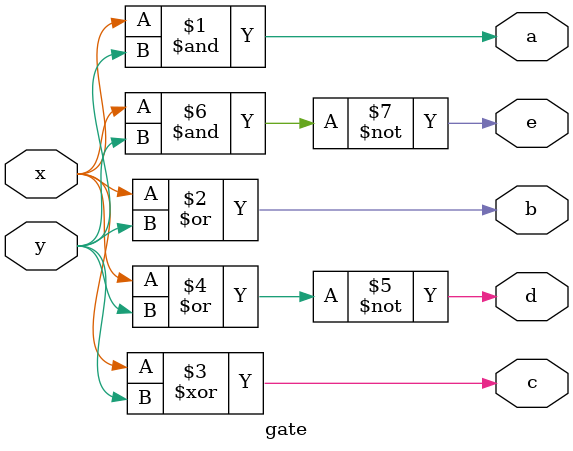
<source format=v>
`timescale 1ns / 1ps


module gate(x,y,a,b,c,d,e);

input x, y;
output a, b, c, d, e;

wire a, b, c, d, e;

//and gate
assign a = x & y;
//or gate
assign b = x | y;
//xor gate
assign c = x ^ y;
//nor gate
assign d = ~(x | y);
//nand gate
assign e = ~(x & y);


endmodule

</source>
